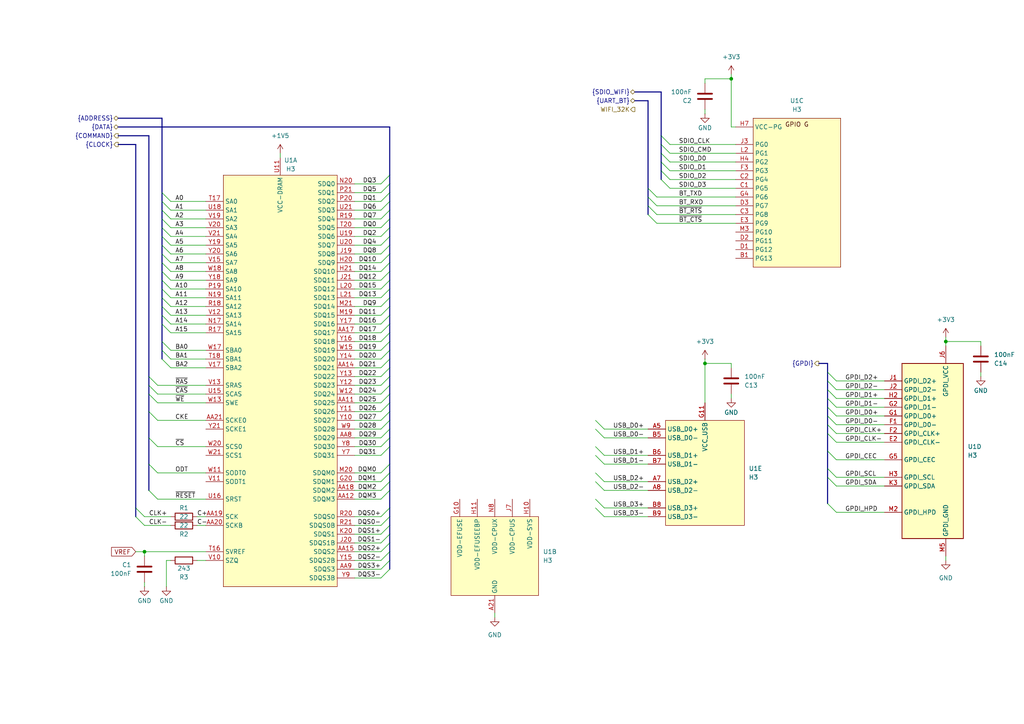
<source format=kicad_sch>
(kicad_sch (version 20250114) (generator "eeschema") (generator_version "9.0")
  (paper "A4")
  (junction (at 212.09 22.86))
  (junction (at 274.32 99.06))
  (junction (at 204.47 105.41))
  (junction (at 41.91 160.02))
  (bus_entry (at 49.53 63.5) (size -2.54 -2.54))
  (bus_entry (at 242.57 123.19) (size -2.54 -2.54))
  (bus_entry (at 110.49 139.7) (size 2.54 -2.54))
  (bus_entry (at 194.31 41.91) (size -2.54 -2.54))
  (bus_entry (at 45.72 121.92) (size -2.54 -2.54))
  (bus_entry (at 110.49 93.98) (size 2.54 -2.54))
  (bus_entry (at 110.49 137.16) (size 2.54 -2.54))
  (bus_entry (at 110.49 154.94) (size 2.54 -2.54))
  (bus_entry (at 110.49 73.66) (size 2.54 -2.54))
  (bus_entry (at 45.72 114.3) (size -2.54 -2.54))
  (bus_entry (at 194.31 44.45) (size -2.54 -2.54))
  (bus_entry (at 242.57 110.49) (size -2.54 -2.54))
  (bus_entry (at 110.49 152.4) (size 2.54 -2.54))
  (bus_entry (at 110.49 149.86) (size 2.54 -2.54))
  (bus_entry (at 110.49 66.04) (size 2.54 -2.54))
  (bus_entry (at 242.57 128.27) (size -2.54 -2.54))
  (bus_entry (at 110.49 83.82) (size 2.54 -2.54))
  (bus_entry (at 110.49 76.2) (size 2.54 -2.54))
  (bus_entry (at 110.49 109.22) (size 2.54 -2.54))
  (bus_entry (at 190.5 64.77) (size -2.54 -2.54))
  (bus_entry (at 110.49 58.42) (size 2.54 -2.54))
  (bus_entry (at 110.49 121.92) (size 2.54 -2.54))
  (bus_entry (at 49.53 78.74) (size -2.54 -2.54))
  (bus_entry (at 110.49 106.68) (size 2.54 -2.54))
  (bus_entry (at 110.49 96.52) (size 2.54 -2.54))
  (bus_entry (at 110.49 132.08) (size 2.54 -2.54))
  (bus_entry (at 41.91 149.86) (size -2.54 -2.54))
  (bus_entry (at 49.53 96.52) (size -2.54 -2.54))
  (bus_entry (at 242.57 148.59) (size -2.54 -2.54))
  (bus_entry (at 110.49 162.56) (size 2.54 -2.54))
  (bus_entry (at 110.49 127) (size 2.54 -2.54))
  (bus_entry (at 242.57 118.11) (size -2.54 -2.54))
  (bus_entry (at 175.26 127) (size -2.54 -2.54))
  (bus_entry (at 45.72 137.16) (size -2.54 -2.54))
  (bus_entry (at 194.31 52.07) (size -2.54 -2.54))
  (bus_entry (at 49.53 104.14) (size -2.54 -2.54))
  (bus_entry (at 110.49 68.58) (size 2.54 -2.54))
  (bus_entry (at 49.53 73.66) (size -2.54 -2.54))
  (bus_entry (at 49.53 83.82) (size -2.54 -2.54))
  (bus_entry (at 175.26 139.7) (size -2.54 -2.54))
  (bus_entry (at 242.57 115.57) (size -2.54 -2.54))
  (bus_entry (at 49.53 91.44) (size -2.54 -2.54))
  (bus_entry (at 110.49 129.54) (size 2.54 -2.54))
  (bus_entry (at 242.57 125.73) (size -2.54 -2.54))
  (bus_entry (at 45.72 129.54) (size -2.54 -2.54))
  (bus_entry (at 43.18 142.24) (size 2.54 2.54))
  (bus_entry (at 242.57 138.43) (size -2.54 -2.54))
  (bus_entry (at 49.53 66.04) (size -2.54 -2.54))
  (bus_entry (at 110.49 91.44) (size 2.54 -2.54))
  (bus_entry (at 49.53 93.98) (size -2.54 -2.54))
  (bus_entry (at 110.49 78.74) (size 2.54 -2.54))
  (bus_entry (at 110.49 142.24) (size 2.54 -2.54))
  (bus_entry (at 110.49 101.6) (size 2.54 -2.54))
  (bus_entry (at 110.49 111.76) (size 2.54 -2.54))
  (bus_entry (at 175.26 142.24) (size -2.54 -2.54))
  (bus_entry (at 194.31 46.99) (size -2.54 -2.54))
  (bus_entry (at 49.53 71.12) (size -2.54 -2.54))
  (bus_entry (at 49.53 76.2) (size -2.54 -2.54))
  (bus_entry (at 45.72 116.84) (size -2.54 -2.54))
  (bus_entry (at 242.57 120.65) (size -2.54 -2.54))
  (bus_entry (at 110.49 71.12) (size 2.54 -2.54))
  (bus_entry (at 49.53 88.9) (size -2.54 -2.54))
  (bus_entry (at 175.26 149.86) (size -2.54 -2.54))
  (bus_entry (at 110.49 124.46) (size 2.54 -2.54))
  (bus_entry (at 110.49 60.96) (size 2.54 -2.54))
  (bus_entry (at 110.49 116.84) (size 2.54 -2.54))
  (bus_entry (at 110.49 53.34) (size 2.54 -2.54))
  (bus_entry (at 110.49 99.06) (size 2.54 -2.54))
  (bus_entry (at 110.49 119.38) (size 2.54 -2.54))
  (bus_entry (at 110.49 160.02) (size 2.54 -2.54))
  (bus_entry (at 175.26 147.32) (size -2.54 -2.54))
  (bus_entry (at 175.26 124.46) (size -2.54 -2.54))
  (bus_entry (at 49.53 106.68) (size -2.54 -2.54))
  (bus_entry (at 110.49 63.5) (size 2.54 -2.54))
  (bus_entry (at 242.57 140.97) (size -2.54 -2.54))
  (bus_entry (at 194.31 54.61) (size -2.54 -2.54))
  (bus_entry (at 45.72 111.76) (size -2.54 -2.54))
  (bus_entry (at 190.5 57.15) (size -2.54 -2.54))
  (bus_entry (at 242.57 113.03) (size -2.54 -2.54))
  (bus_entry (at 110.49 104.14) (size 2.54 -2.54))
  (bus_entry (at 41.91 152.4) (size -2.54 -2.54))
  (bus_entry (at 49.53 86.36) (size -2.54 -2.54))
  (bus_entry (at 110.49 167.64) (size 2.54 -2.54))
  (bus_entry (at 110.49 55.88) (size 2.54 -2.54))
  (bus_entry (at 49.53 60.96) (size -2.54 -2.54))
  (bus_entry (at 49.53 58.42) (size -2.54 -2.54))
  (bus_entry (at 242.57 133.35) (size -2.54 -2.54))
  (bus_entry (at 190.5 62.23) (size -2.54 -2.54))
  (bus_entry (at 110.49 157.48) (size 2.54 -2.54))
  (bus_entry (at 110.49 144.78) (size 2.54 -2.54))
  (bus_entry (at 110.49 81.28) (size 2.54 -2.54))
  (bus_entry (at 49.53 81.28) (size -2.54 -2.54))
  (bus_entry (at 110.49 114.3) (size 2.54 -2.54))
  (bus_entry (at 110.49 86.36) (size 2.54 -2.54))
  (bus_entry (at 190.5 59.69) (size -2.54 -2.54))
  (bus_entry (at 175.26 134.62) (size -2.54 -2.54))
  (bus_entry (at 175.26 132.08) (size -2.54 -2.54))
  (bus_entry (at 110.49 165.1) (size 2.54 -2.54))
  (bus_entry (at 49.53 68.58) (size -2.54 -2.54))
  (bus_entry (at 110.49 88.9) (size 2.54 -2.54))
  (bus_entry (at 194.31 49.53) (size -2.54 -2.54))
  (bus_entry (at 49.53 101.6) (size -2.54 -2.54))
  (bus (pts (xy 113.03 66.04) (xy 113.03 63.5)))
  (wire (pts (xy 102.87 71.12) (xy 110.49 71.12)))
  (wire (pts (xy 102.87 91.44) (xy 110.49 91.44)))
  (bus (pts (xy 191.77 46.99) (xy 191.77 44.45)))
  (bus (pts (xy 113.03 83.82) (xy 113.03 81.28)))
  (wire (pts (xy 204.47 105.41) (xy 212.09 105.41)))
  (wire (pts (xy 102.87 55.88) (xy 110.49 55.88)))
  (bus (pts (xy 46.99 99.06) (xy 46.99 93.98)))
  (bus (pts (xy 46.99 101.6) (xy 46.99 99.06)))
  (bus (pts (xy 113.03 36.83) (xy 34.29 36.83)))
  (bus (pts (xy 191.77 44.45) (xy 191.77 41.91)))
  (wire (pts (xy 45.72 137.16) (xy 59.69 137.16)))
  (wire (pts (xy 45.72 144.78) (xy 59.69 144.78)))
  (bus (pts (xy 43.18 142.24) (xy 43.18 134.62)))
  (wire (pts (xy 102.87 88.9) (xy 110.49 88.9)))
  (wire (pts (xy 204.47 105.41) (xy 204.47 116.84)))
  (bus (pts (xy 46.99 81.28) (xy 46.99 78.74)))
  (bus (pts (xy 43.18 111.76) (xy 43.18 109.22)))
  (bus (pts (xy 46.99 66.04) (xy 46.99 63.5)))
  (wire (pts (xy 41.91 152.4) (xy 49.53 152.4)))
  (bus (pts (xy 113.03 121.92) (xy 113.03 119.38)))
  (wire (pts (xy 81.28 44.45) (xy 81.28 45.72)))
  (wire (pts (xy 102.87 160.02) (xy 110.49 160.02)))
  (wire (pts (xy 57.15 162.56) (xy 59.69 162.56)))
  (bus (pts (xy 113.03 55.88) (xy 113.03 53.34)))
  (bus (pts (xy 39.37 147.32) (xy 39.37 41.91)))
  (bus (pts (xy 113.03 160.02) (xy 113.03 157.48)))
  (wire (pts (xy 41.91 160.02) (xy 41.91 161.29)))
  (bus (pts (xy 43.18 114.3) (xy 43.18 111.76)))
  (wire (pts (xy 102.87 162.56) (xy 110.49 162.56)))
  (wire (pts (xy 102.87 78.74) (xy 110.49 78.74)))
  (wire (pts (xy 102.87 106.68) (xy 110.49 106.68)))
  (bus (pts (xy 113.03 88.9) (xy 113.03 86.36)))
  (bus (pts (xy 113.03 124.46) (xy 113.03 121.92)))
  (wire (pts (xy 49.53 66.04) (xy 59.69 66.04)))
  (wire (pts (xy 102.87 58.42) (xy 110.49 58.42)))
  (bus (pts (xy 113.03 134.62) (xy 113.03 129.54)))
  (bus (pts (xy 46.99 73.66) (xy 46.99 71.12)))
  (bus (pts (xy 187.96 57.15) (xy 187.96 54.61)))
  (wire (pts (xy 102.87 139.7) (xy 110.49 139.7)))
  (wire (pts (xy 204.47 31.75) (xy 204.47 33.02)))
  (bus (pts (xy 240.03 118.11) (xy 240.03 115.57)))
  (wire (pts (xy 274.32 161.29) (xy 274.32 162.56)))
  (bus (pts (xy 113.03 91.44) (xy 113.03 88.9)))
  (wire (pts (xy 102.87 81.28) (xy 110.49 81.28)))
  (bus (pts (xy 240.03 146.05) (xy 240.03 138.43)))
  (bus (pts (xy 191.77 39.37) (xy 191.77 26.67)))
  (wire (pts (xy 102.87 142.24) (xy 110.49 142.24)))
  (bus (pts (xy 39.37 149.86) (xy 39.37 147.32)))
  (bus (pts (xy 113.03 86.36) (xy 113.03 83.82)))
  (bus (pts (xy 113.03 53.34) (xy 113.03 50.8)))
  (wire (pts (xy 102.87 63.5) (xy 110.49 63.5)))
  (bus (pts (xy 187.96 29.21) (xy 184.15 29.21)))
  (wire (pts (xy 49.53 86.36) (xy 59.69 86.36)))
  (bus (pts (xy 113.03 129.54) (xy 113.03 127)))
  (wire (pts (xy 242.57 133.35) (xy 256.54 133.35)))
  (bus (pts (xy 113.03 142.24) (xy 113.03 139.7)))
  (bus (pts (xy 240.03 115.57) (xy 240.03 113.03)))
  (bus (pts (xy 46.99 60.96) (xy 46.99 58.42)))
  (bus (pts (xy 43.18 127) (xy 43.18 119.38)))
  (wire (pts (xy 45.72 111.76) (xy 59.69 111.76)))
  (wire (pts (xy 242.57 148.59) (xy 256.54 148.59)))
  (bus (pts (xy 46.99 93.98) (xy 46.99 91.44)))
  (wire (pts (xy 175.26 147.32) (xy 187.96 147.32)))
  (wire (pts (xy 175.26 124.46) (xy 187.96 124.46)))
  (bus (pts (xy 113.03 109.22) (xy 113.03 106.68)))
  (bus (pts (xy 113.03 101.6) (xy 113.03 99.06)))
  (wire (pts (xy 242.57 128.27) (xy 256.54 128.27)))
  (bus (pts (xy 113.03 99.06) (xy 113.03 96.52)))
  (bus (pts (xy 39.37 41.91) (xy 34.29 41.91)))
  (bus (pts (xy 113.03 71.12) (xy 113.03 68.58)))
  (bus (pts (xy 113.03 93.98) (xy 113.03 91.44)))
  (wire (pts (xy 102.87 167.64) (xy 110.49 167.64)))
  (wire (pts (xy 45.72 129.54) (xy 59.69 129.54)))
  (wire (pts (xy 102.87 111.76) (xy 110.49 111.76)))
  (wire (pts (xy 57.15 149.86) (xy 59.69 149.86)))
  (bus (pts (xy 113.03 154.94) (xy 113.03 152.4)))
  (bus (pts (xy 113.03 162.56) (xy 113.03 160.02)))
  (wire (pts (xy 41.91 149.86) (xy 49.53 149.86)))
  (wire (pts (xy 41.91 168.91) (xy 41.91 170.18)))
  (wire (pts (xy 175.26 134.62) (xy 187.96 134.62)))
  (wire (pts (xy 49.53 88.9) (xy 59.69 88.9)))
  (bus (pts (xy 113.03 137.16) (xy 113.03 134.62)))
  (wire (pts (xy 102.87 109.22) (xy 110.49 109.22)))
  (wire (pts (xy 48.26 162.56) (xy 49.53 162.56)))
  (bus (pts (xy 113.03 73.66) (xy 113.03 71.12)))
  (wire (pts (xy 212.09 21.59) (xy 212.09 22.86)))
  (wire (pts (xy 41.91 160.02) (xy 59.69 160.02)))
  (wire (pts (xy 49.53 68.58) (xy 59.69 68.58)))
  (wire (pts (xy 57.15 152.4) (xy 59.69 152.4)))
  (bus (pts (xy 43.18 134.62) (xy 43.18 127)))
  (bus (pts (xy 240.03 125.73) (xy 240.03 123.19)))
  (bus (pts (xy 113.03 147.32) (xy 113.03 142.24)))
  (wire (pts (xy 242.57 120.65) (xy 256.54 120.65)))
  (wire (pts (xy 49.53 58.42) (xy 59.69 58.42)))
  (bus (pts (xy 46.99 83.82) (xy 46.99 81.28)))
  (bus (pts (xy 240.03 130.81) (xy 240.03 125.73)))
  (wire (pts (xy 102.87 96.52) (xy 110.49 96.52)))
  (bus (pts (xy 43.18 119.38) (xy 43.18 114.3)))
  (wire (pts (xy 102.87 144.78) (xy 110.49 144.78)))
  (wire (pts (xy 48.26 170.18) (xy 48.26 162.56)))
  (wire (pts (xy 102.87 73.66) (xy 110.49 73.66)))
  (bus (pts (xy 191.77 52.07) (xy 191.77 49.53)))
  (wire (pts (xy 242.57 118.11) (xy 256.54 118.11)))
  (bus (pts (xy 113.03 119.38) (xy 113.03 116.84)))
  (wire (pts (xy 284.48 99.06) (xy 284.48 100.33)))
  (wire (pts (xy 102.87 154.94) (xy 110.49 154.94)))
  (wire (pts (xy 102.87 132.08) (xy 110.49 132.08)))
  (bus (pts (xy 240.03 107.95) (xy 240.03 105.41)))
  (bus (pts (xy 46.99 71.12) (xy 46.99 68.58)))
  (wire (pts (xy 102.87 165.1) (xy 110.49 165.1)))
  (bus (pts (xy 113.03 157.48) (xy 113.03 154.94)))
  (wire (pts (xy 102.87 101.6) (xy 110.49 101.6)))
  (bus (pts (xy 46.99 63.5) (xy 46.99 60.96)))
  (wire (pts (xy 102.87 116.84) (xy 110.49 116.84)))
  (bus (pts (xy 240.03 135.89) (xy 240.03 130.81)))
  (wire (pts (xy 102.87 114.3) (xy 110.49 114.3)))
  (wire (pts (xy 212.09 114.3) (xy 212.09 115.57)))
  (bus (pts (xy 240.03 123.19) (xy 240.03 120.65)))
  (wire (pts (xy 175.26 127) (xy 187.96 127)))
  (bus (pts (xy 113.03 81.28) (xy 113.03 78.74)))
  (wire (pts (xy 102.87 83.82) (xy 110.49 83.82)))
  (wire (pts (xy 175.26 149.86) (xy 187.96 149.86)))
  (wire (pts (xy 102.87 93.98) (xy 110.49 93.98)))
  (wire (pts (xy 190.5 59.69) (xy 213.36 59.69)))
  (bus (pts (xy 113.03 68.58) (xy 113.03 66.04)))
  (bus (pts (xy 46.99 34.29) (xy 34.29 34.29)))
  (bus (pts (xy 191.77 49.53) (xy 191.77 46.99)))
  (bus (pts (xy 113.03 78.74) (xy 113.03 76.2)))
  (wire (pts (xy 49.53 63.5) (xy 59.69 63.5)))
  (wire (pts (xy 49.53 78.74) (xy 59.69 78.74)))
  (bus (pts (xy 46.99 88.9) (xy 46.99 86.36)))
  (wire (pts (xy 194.31 44.45) (xy 213.36 44.45)))
  (wire (pts (xy 41.91 160.02) (xy 39.37 160.02)))
  (bus (pts (xy 113.03 111.76) (xy 113.03 109.22)))
  (bus (pts (xy 113.03 50.8) (xy 113.03 36.83)))
  (bus (pts (xy 187.96 62.23) (xy 187.96 59.69)))
  (wire (pts (xy 49.53 104.14) (xy 59.69 104.14)))
  (wire (pts (xy 49.53 71.12) (xy 59.69 71.12)))
  (wire (pts (xy 49.53 101.6) (xy 59.69 101.6)))
  (wire (pts (xy 49.53 83.82) (xy 59.69 83.82)))
  (wire (pts (xy 49.53 91.44) (xy 59.69 91.44)))
  (bus (pts (xy 113.03 114.3) (xy 113.03 111.76)))
  (bus (pts (xy 113.03 165.1) (xy 113.03 162.56)))
  (bus (pts (xy 113.03 152.4) (xy 113.03 149.86)))
  (bus (pts (xy 46.99 55.88) (xy 46.99 34.29)))
  (bus (pts (xy 113.03 104.14) (xy 113.03 101.6)))
  (wire (pts (xy 45.72 114.3) (xy 59.69 114.3)))
  (bus (pts (xy 187.96 54.61) (xy 187.96 29.21)))
  (wire (pts (xy 102.87 149.86) (xy 110.49 149.86)))
  (wire (pts (xy 143.51 177.8) (xy 143.51 179.07)))
  (bus (pts (xy 43.18 109.22) (xy 43.18 39.37)))
  (wire (pts (xy 49.53 76.2) (xy 59.69 76.2)))
  (wire (pts (xy 175.26 142.24) (xy 187.96 142.24)))
  (wire (pts (xy 102.87 119.38) (xy 110.49 119.38)))
  (bus (pts (xy 43.18 39.37) (xy 34.29 39.37)))
  (bus (pts (xy 240.03 105.41) (xy 237.49 105.41)))
  (wire (pts (xy 274.32 99.06) (xy 274.32 97.79)))
  (bus (pts (xy 113.03 60.96) (xy 113.03 58.42)))
  (wire (pts (xy 190.5 62.23) (xy 213.36 62.23)))
  (wire (pts (xy 242.57 113.03) (xy 256.54 113.03)))
  (bus (pts (xy 113.03 76.2) (xy 113.03 73.66)))
  (wire (pts (xy 49.53 73.66) (xy 59.69 73.66)))
  (bus (pts (xy 113.03 63.5) (xy 113.03 60.96)))
  (bus (pts (xy 113.03 149.86) (xy 113.03 147.32)))
  (wire (pts (xy 274.32 99.06) (xy 284.48 99.06)))
  (wire (pts (xy 102.87 104.14) (xy 110.49 104.14)))
  (wire (pts (xy 49.53 81.28) (xy 59.69 81.28)))
  (bus (pts (xy 240.03 113.03) (xy 240.03 110.49)))
  (wire (pts (xy 190.5 57.15) (xy 213.36 57.15)))
  (wire (pts (xy 242.57 125.73) (xy 256.54 125.73)))
  (bus (pts (xy 240.03 120.65) (xy 240.03 118.11)))
  (wire (pts (xy 194.31 52.07) (xy 213.36 52.07)))
  (wire (pts (xy 102.87 152.4) (xy 110.49 152.4)))
  (bus (pts (xy 46.99 104.14) (xy 46.99 101.6)))
  (bus (pts (xy 46.99 86.36) (xy 46.99 83.82)))
  (bus (pts (xy 191.77 41.91) (xy 191.77 39.37)))
  (wire (pts (xy 190.5 64.77) (xy 213.36 64.77)))
  (bus (pts (xy 46.99 91.44) (xy 46.99 88.9)))
  (bus (pts (xy 113.03 58.42) (xy 113.03 55.88)))
  (wire (pts (xy 212.09 36.83) (xy 213.36 36.83)))
  (bus (pts (xy 113.03 127) (xy 113.03 124.46)))
  (bus (pts (xy 113.03 106.68) (xy 113.03 104.14)))
  (bus (pts (xy 187.96 59.69) (xy 187.96 57.15)))
  (wire (pts (xy 102.87 86.36) (xy 110.49 86.36)))
  (wire (pts (xy 204.47 22.86) (xy 204.47 24.13)))
  (wire (pts (xy 242.57 140.97) (xy 256.54 140.97)))
  (bus (pts (xy 46.99 78.74) (xy 46.99 76.2)))
  (wire (pts (xy 175.26 139.7) (xy 187.96 139.7)))
  (wire (pts (xy 102.87 129.54) (xy 110.49 129.54)))
  (wire (pts (xy 242.57 110.49) (xy 256.54 110.49)))
  (bus (pts (xy 113.03 139.7) (xy 113.03 137.16)))
  (bus (pts (xy 46.99 76.2) (xy 46.99 73.66)))
  (wire (pts (xy 194.31 49.53) (xy 213.36 49.53)))
  (wire (pts (xy 175.26 132.08) (xy 187.96 132.08)))
  (wire (pts (xy 194.31 54.61) (xy 213.36 54.61)))
  (wire (pts (xy 204.47 104.14) (xy 204.47 105.41)))
  (bus (pts (xy 113.03 96.52) (xy 113.03 93.98)))
  (wire (pts (xy 49.53 93.98) (xy 59.69 93.98)))
  (wire (pts (xy 194.31 41.91) (xy 213.36 41.91)))
  (wire (pts (xy 102.87 157.48) (xy 110.49 157.48)))
  (wire (pts (xy 102.87 124.46) (xy 110.49 124.46)))
  (wire (pts (xy 102.87 76.2) (xy 110.49 76.2)))
  (bus (pts (xy 46.99 58.42) (xy 46.99 55.88)))
  (wire (pts (xy 102.87 60.96) (xy 110.49 60.96)))
  (wire (pts (xy 212.09 22.86) (xy 212.09 36.83)))
  (wire (pts (xy 45.72 116.84) (xy 59.69 116.84)))
  (wire (pts (xy 212.09 105.41) (xy 212.09 106.68)))
  (bus (pts (xy 240.03 138.43) (xy 240.03 135.89)))
  (wire (pts (xy 102.87 99.06) (xy 110.49 99.06)))
  (wire (pts (xy 102.87 66.04) (xy 110.49 66.04)))
  (wire (pts (xy 45.72 121.92) (xy 59.69 121.92)))
  (bus (pts (xy 191.77 26.67) (xy 184.15 26.67)))
  (wire (pts (xy 242.57 138.43) (xy 256.54 138.43)))
  (wire (pts (xy 242.57 115.57) (xy 256.54 115.57)))
  (bus (pts (xy 240.03 110.49) (xy 240.03 107.95)))
  (wire (pts (xy 102.87 53.34) (xy 110.49 53.34)))
  (wire (pts (xy 102.87 121.92) (xy 110.49 121.92)))
  (wire (pts (xy 49.53 106.68) (xy 59.69 106.68)))
  (wire (pts (xy 49.53 96.52) (xy 59.69 96.52)))
  (wire (pts (xy 242.57 123.19) (xy 256.54 123.19)))
  (bus (pts (xy 113.03 116.84) (xy 113.03 114.3)))
  (wire (pts (xy 102.87 137.16) (xy 110.49 137.16)))
  (bus (pts (xy 46.99 68.58) (xy 46.99 66.04)))
  (wire (pts (xy 102.87 68.58) (xy 110.49 68.58)))
  (wire (pts (xy 284.48 107.95) (xy 284.48 109.22)))
  (wire (pts (xy 204.47 22.86) (xy 212.09 22.86)))
  (wire (pts (xy 102.87 127) (xy 110.49 127)))
  (wire (pts (xy 194.31 46.99) (xy 213.36 46.99)))
  (wire (pts (xy 274.32 99.06) (xy 274.32 100.33)))
  (wire (pts (xy 49.53 60.96) (xy 59.69 60.96)))
  (label "DQ6" (at 109.22 60.96 180))
  (label "DQM3" (at 109.22 144.78 180))
  (label "~{BT_CTS}" (at 196.85 64.77 0))
  (label "DQ9" (at 109.22 88.9 180))
  (label "DQS0-" (at 110.49 152.4 180))
  (label "A7" (at 50.8 76.2 0))
  (label "DQ5" (at 109.22 55.88 180))
  (label "DQ27" (at 109.22 121.92 180))
  (label "DQ11" (at 109.22 91.44 180))
  (label "A5" (at 50.8 71.12 0))
  (label "GPDI_D1-" (at 245.11 118.11 0))
  (label "SDIO_D0" (at 196.85 46.99 0))
  (label "GPDI_HPD" (at 245.11 148.59 0))
  (label "SDIO_D1" (at 196.85 49.53 0))
  (label "~{CAS}" (at 50.8 114.3 0))
  (label "CLK+" (at 43.18 149.86 0))
  (label "GPDI_SDA" (at 245.11 140.97 0))
  (label "~{BT_RTS}" (at 196.85 62.23 0))
  (label "DQM0" (at 109.22 137.16 180))
  (label "BT_TXD" (at 196.85 57.15 0))
  (label "DQ23" (at 109.22 111.76 180))
  (label "USB_D2+" (at 177.8 139.7 0))
  (label "DQS3+" (at 110.49 165.1 180))
  (label "DQ31" (at 109.22 132.08 180))
  (label "A0" (at 50.8 58.42 0))
  (label "DQ2" (at 109.22 68.58 180))
  (label "SDIO_CMD" (at 196.85 44.45 0))
  (label "DQ0" (at 109.22 66.04 180))
  (label "A1" (at 50.8 60.96 0))
  (label "GPDI_D2-" (at 245.11 113.03 0))
  (label "USB_D0-" (at 177.8 127 0))
  (label "~{RAS}" (at 50.8 111.76 0))
  (label "DQS1-" (at 110.49 157.48 180))
  (label "DQ12" (at 109.22 81.28 180))
  (label "DQS2+" (at 110.49 160.02 180))
  (label "USB_D3-" (at 177.8 149.86 0))
  (label "DQ7" (at 109.22 63.5 180))
  (label "DQ10" (at 109.22 76.2 180))
  (label "GPDI_CLK-" (at 245.11 128.27 0))
  (label "DQ19" (at 109.22 101.6 180))
  (label "DQ14" (at 109.22 78.74 180))
  (label "A3" (at 50.8 66.04 0))
  (label "A10" (at 50.8 83.82 0))
  (label "A9" (at 50.8 81.28 0))
  (label "DQM1" (at 109.22 139.7 180))
  (label "USB_D2-" (at 177.8 142.24 0))
  (label "A11" (at 50.8 86.36 0))
  (label "~{RESET}" (at 50.8 144.78 0))
  (label "USB_D0+" (at 177.8 124.46 0))
  (label "A6" (at 50.8 73.66 0))
  (label "A15" (at 50.8 96.52 0))
  (label "~{CS}" (at 50.8 129.54 0))
  (label "GPDI_CLK+" (at 245.11 125.73 0))
  (label "DQ30" (at 109.22 129.54 180))
  (label "SDIO_D2" (at 196.85 52.07 0))
  (label "DQ20" (at 109.22 104.14 180))
  (label "A13" (at 50.8 91.44 0))
  (label "DQ1" (at 109.22 58.42 180))
  (label "GPDI_CEC" (at 245.11 133.35 0))
  (label "GPDI_D2+" (at 245.11 110.49 0))
  (label "DQ24" (at 109.22 114.3 180))
  (label "BA0" (at 50.8 101.6 0))
  (label "DQS0+" (at 110.49 149.86 180))
  (label "A4" (at 50.8 68.58 0))
  (label "DQ21" (at 109.22 106.68 180))
  (label "GPDI_D0-" (at 245.11 123.19 0))
  (label "DQ22" (at 109.22 109.22 180))
  (label "DQ13" (at 109.22 86.36 180))
  (label "DQ26" (at 109.22 119.38 180))
  (label "GPDI_D1+" (at 245.11 115.57 0))
  (label "USB_D1+" (at 177.8 132.08 0))
  (label "A8" (at 50.8 78.74 0))
  (label "A2" (at 50.8 63.5 0))
  (label "GPDI_D0+" (at 245.11 120.65 0))
  (label "DQ16" (at 109.22 93.98 180))
  (label "DQ18" (at 109.22 99.06 180))
  (label "BT_RXD" (at 196.85 59.69 0))
  (label "DQ17" (at 109.22 96.52 180))
  (label "SDIO_CLK" (at 196.85 41.91 0))
  (label "USB_D3+" (at 177.8 147.32 0))
  (label "DQ3" (at 109.22 53.34 180))
  (label "DQS2-" (at 110.49 162.56 180))
  (label "SDIO_D3" (at 196.85 54.61 0))
  (label "USB_D1-" (at 177.8 134.62 0))
  (label "DQS3-" (at 110.49 167.64 180))
  (label "DQS1+" (at 110.49 154.94 180))
  (label "C+" (at 57.15 149.86 0))
  (label "DQ4" (at 109.22 71.12 180))
  (label "A14" (at 50.8 93.98 0))
  (label "DQ29" (at 109.22 127 180))
  (label "DQ8" (at 109.22 73.66 180))
  (label "ODT" (at 50.8 137.16 0))
  (label "BA2" (at 50.8 106.68 0))
  (label "CLK-" (at 43.18 152.4 0))
  (label "CKE" (at 50.8 121.92 0))
  (label "DQ15" (at 109.22 83.82 180))
  (label "~{WE}" (at 50.8 116.84 0))
  (label "BA1" (at 50.8 104.14 0))
  (label "GPDI_SCL" (at 245.11 138.43 0))
  (label "DQM2" (at 109.22 142.24 180))
  (label "A12" (at 50.8 88.9 0))
  (label "DQ25" (at 109.22 116.84 180))
  (label "C-" (at 57.15 152.4 0))
  (label "DQ28" (at 109.22 124.46 180))
  (global_label "VREF" (shape input) (at 39.37 160.02 180) (property "Intersheetrefs" "${INTERSHEET_REFS}" (effects (hide yes))))
  (hierarchical_label "{DATA}" (shape bidirectional) (at 34.29 36.83 180))
  (hierarchical_label "{ADDRESS}" (shape bidirectional) (at 34.29 34.29 180))
  (hierarchical_label "{UART_BT}" (shape bidirectional) (at 184.15 29.21 180))
  (hierarchical_label "{SDIO_WIFI}" (shape bidirectional) (at 184.15 26.67 180))
  (hierarchical_label "{CLOCK}" (shape output) (at 34.29 41.91 180))
  (hierarchical_label "{COMMAND}" (shape output) (at 34.29 39.37 180))
  (hierarchical_label "WIFI_32K" (shape output) (at 184.15 31.75 180))
  (hierarchical_label "{GPDI}" (shape output) (at 237.49 105.41 180))
  (symbol (lib_id "power:GND") (at 48.26 170.18 0) (mirror y) (unit 1)
    (property "Reference" "#PWR02" (effects (hide yes)))
    (property "Value" "GND" (at 48.26 174.244 0))
    (property "Description" "Power symbol creates a global label with name \"GND\" , ground" (effects (hide yes)))
  )
  (symbol (lib_id "power:GND") (at 212.09 115.57 0) (mirror y) (unit 1)
    (property "Reference" "#PWR023" (effects (hide yes)))
    (property "Value" "GND" (at 212.09 119.634 0))
    (property "Description" "Power symbol creates a global label with name \"GND\" , ground" (effects (hide yes)))
  )
  (symbol (lib_id "power:+3V3") (at 212.09 21.59 0) (unit 1)
    (property "Reference" "#PWR06" (effects (hide yes)))
    (property "Value" "+3V3" (at 212.09 16.51 0))
    (property "Description" "Power symbol creates a global label with name \"+3V3\"" (effects (hide yes)))
  )
  (symbol (lib_id "power:GND") (at 284.48 109.22 0) (mirror y) (unit 1)
    (property "Reference" "#PWR027" (effects (hide yes)))
    (property "Value" "GND" (at 284.48 113.284 0))
    (property "Description" "Power symbol creates a global label with name \"GND\" , ground" (effects (hide yes)))
  )
  (symbol (lib_id "Device:R") (at 53.34 149.86 90) (unit 1)
    (property "Reference" "R1" (at 53.34 147.32 90))
    (property "Value" "22" (at 53.34 149.86 90))
    (property "Footprint" "Resistor_SMD:R_0402_1005Metric" (effects (hide yes)))
    (property "Description" "Resistor" (effects (hide yes)))
  )
  (symbol (lib_id "power:GND") (at 204.47 33.02 0) (unit 1)
    (property "Reference" "#PWR05" (effects (hide yes)))
    (property "Value" "GND" (at 204.47 37.084 0))
    (property "Description" "Power symbol creates a global label with name \"GND\" , ground" (effects (hide yes)))
  )
  (symbol (lib_id "power:GND") (at 274.32 162.56 0) (unit 1)
    (property "Reference" "#PWR025" (effects (hide yes)))
    (property "Value" "GND" (at 274.32 167.64 0))
    (property "Description" "Power symbol creates a global label with name \"GND\" , ground" (effects (hide yes)))
  )
  (symbol (lib_id "cm0:H3") (at 81.28 113.03 0) (unit 1)
    (property "Reference" "U1" (at 84.328 46.482 0))
    (property "Value" "H3" (at 84.328 49.022 0))
    (property "Footprint" "cm0:FBGA-347_14x14mm_Layout21x21_P0.65mm" (effects (hide yes)))
    (property "Datasheet" "https://linux-sunxi.org/images/4/4b/Allwinner_H3_Datasheet_V1.2.pdf" (effects (hide yes)))
    (property "Description" "Allwinner Tech H3 Quad-Core Processor" (effects (hide yes)))
    (property "LCSC Part #" "C94644" (effects (hide yes)))
  )
  (symbol (lib_id "Device:R") (at 53.34 162.56 90) (mirror x) (unit 1)
    (property "Reference" "R3" (at 53.34 167.386 90))
    (property "Value" "243" (at 53.34 164.846 90))
    (property "Footprint" "Resistor_SMD:R_0603_1608Metric" (effects (hide yes)))
    (property "Description" "Resistor" (effects (hide yes)))
  )
  (symbol (lib_id "power:GND") (at 143.51 179.07 0) (unit 1)
    (property "Reference" "#PWR04" (effects (hide yes)))
    (property "Value" "GND" (at 143.51 184.15 0))
    (property "Description" "Power symbol creates a global label with name \"GND\" , ground" (effects (hide yes)))
  )
  (symbol (lib_id "Device:C") (at 41.91 165.1 0) (mirror y) (unit 1)
    (property "Reference" "C1" (at 38.1 163.8299 0) (effects (justify left)))
    (property "Value" "100nF" (at 38.1 166.3699 0) (effects (justify left)))
    (property "Footprint" "Capacitor_SMD:C_0402_1005Metric" (effects (hide yes)))
    (property "Description" "Unpolarized capacitor" (effects (hide yes)))
  )
  (symbol (lib_name "H3_1") (lib_id "cm0:H3") (at 231.14 55.88 0) (mirror y) (unit 3)
    (property "Reference" "U1" (at 231.14 29.21 0))
    (property "Value" "H3" (at 231.14 31.75 0))
    (property "Footprint" "cm0:FBGA-347_14x14mm_Layout21x21_P0.65mm" (effects (hide yes)))
    (property "Datasheet" "https://linux-sunxi.org/images/4/4b/Allwinner_H3_Datasheet_V1.2.pdf" (effects (hide yes)))
    (property "Description" "Allwinner Tech H3 Quad-Core Processor" (effects (hide yes)))
    (property "LCSC Part #" "C94644" (effects (hide yes)))
  )
  (symbol (lib_id "cm0:H3") (at 143.51 161.29 0) (unit 2)
    (property "Reference" "U1" (at 157.48 160.0199 0) (effects (justify left)))
    (property "Value" "H3" (at 157.48 162.5599 0) (effects (justify left)))
    (property "Footprint" "cm0:FBGA-347_14x14mm_Layout21x21_P0.65mm" (effects (hide yes)))
    (property "Datasheet" "https://linux-sunxi.org/images/4/4b/Allwinner_H3_Datasheet_V1.2.pdf" (effects (hide yes)))
    (property "Description" "Allwinner Tech H3 Quad-Core Processor" (effects (hide yes)))
    (property "LCSC Part #" "C94644" (effects (hide yes)))
  )
  (symbol (lib_id "Device:C") (at 204.47 27.94 180) (unit 1)
    (property "Reference" "C2" (at 200.66 29.2101 0) (effects (justify left)))
    (property "Value" "100nF" (at 200.66 26.6701 0) (effects (justify left)))
    (property "Footprint" "Capacitor_SMD:C_0402_1005Metric" (effects (hide yes)))
    (property "Description" "Unpolarized capacitor" (effects (hide yes)))
  )
  (symbol (lib_id "Device:R") (at 53.34 152.4 270) (unit 1)
    (property "Reference" "R2" (at 53.34 154.94 90))
    (property "Value" "22" (at 53.34 152.4 90))
    (property "Footprint" "Resistor_SMD:R_0402_1005Metric" (effects (hide yes)))
    (property "Description" "Resistor" (effects (hide yes)))
  )
  (symbol (lib_id "Device:C") (at 212.09 110.49 0) (mirror x) (unit 1)
    (property "Reference" "C13" (at 215.9 111.7601 0) (effects (justify left)))
    (property "Value" "100nF" (at 215.9 109.2201 0) (effects (justify left)))
    (property "Footprint" "Capacitor_SMD:C_0402_1005Metric" (effects (hide yes)))
    (property "Description" "Unpolarized capacitor" (effects (hide yes)))
  )
  (symbol (lib_id "cm0:H3") (at 204.47 137.16 0) (unit 5)
    (property "Reference" "U1" (at 217.17 135.8899 0) (effects (justify left)))
    (property "Value" "H3" (at 217.17 138.4299 0) (effects (justify left)))
    (property "Footprint" "cm0:FBGA-347_14x14mm_Layout21x21_P0.65mm" (effects (hide yes)))
    (property "Datasheet" "https://linux-sunxi.org/images/4/4b/Allwinner_H3_Datasheet_V1.2.pdf" (effects (hide yes)))
    (property "Description" "Allwinner Tech H3 Quad-Core Processor" (effects (hide yes)))
    (property "LCSC Part #" "C94644" (effects (hide yes)))
  )
  (symbol (lib_name "H3_2") (lib_id "cm0:H3") (at 270.51 130.81 0) (unit 4)
    (property "Reference" "U1" (at 280.67 129.5399 0) (effects (justify left)))
    (property "Value" "H3" (at 280.67 132.0799 0) (effects (justify left)))
    (property "Footprint" "cm0:FBGA-347_14x14mm_Layout21x21_P0.65mm" (effects (hide yes)))
    (property "Datasheet" "https://linux-sunxi.org/images/4/4b/Allwinner_H3_Datasheet_V1.2.pdf" (effects (hide yes)))
    (property "Description" "Allwinner Tech H3 Quad-Core Processor" (effects (hide yes)))
    (property "LCSC Part #" "C94644" (effects (hide yes)))
  )
  (symbol (lib_id "power:GND") (at 41.91 170.18 0) (mirror y) (unit 1)
    (property "Reference" "#PWR01" (effects (hide yes)))
    (property "Value" "GND" (at 41.91 174.244 0))
    (property "Description" "Power symbol creates a global label with name \"GND\" , ground" (effects (hide yes)))
  )
  (symbol (lib_id "power:+3V3") (at 204.47 104.14 0) (mirror y) (unit 1)
    (property "Reference" "#PWR024" (effects (hide yes)))
    (property "Value" "+3V3" (at 204.47 99.06 0))
    (property "Description" "Power symbol creates a global label with name \"+3V3\"" (effects (hide yes)))
  )
  (symbol (lib_id "Device:C") (at 284.48 104.14 0) (mirror x) (unit 1)
    (property "Reference" "C14" (at 288.29 105.4101 0) (effects (justify left)))
    (property "Value" "100nF" (at 288.29 102.8701 0) (effects (justify left)))
    (property "Footprint" "Capacitor_SMD:C_0402_1005Metric" (effects (hide yes)))
    (property "Description" "Unpolarized capacitor" (effects (hide yes)))
  )
  (symbol (lib_id "power:+3V3") (at 274.32 97.79 0) (mirror y) (unit 1)
    (property "Reference" "#PWR026" (effects (hide yes)))
    (property "Value" "+3V3" (at 274.32 92.71 0))
    (property "Description" "Power symbol creates a global label with name \"+3V3\"" (effects (hide yes)))
  )
  (symbol (lib_id "power:+1V5") (at 81.28 44.45 0) (unit 1)
    (property "Reference" "#PWR03" (effects (hide yes)))
    (property "Value" "+1V5" (at 81.28 39.37 0))
    (property "Description" "Power symbol creates a global label with name \"+1V5\"" (effects (hide yes)))
  )
)
</source>
